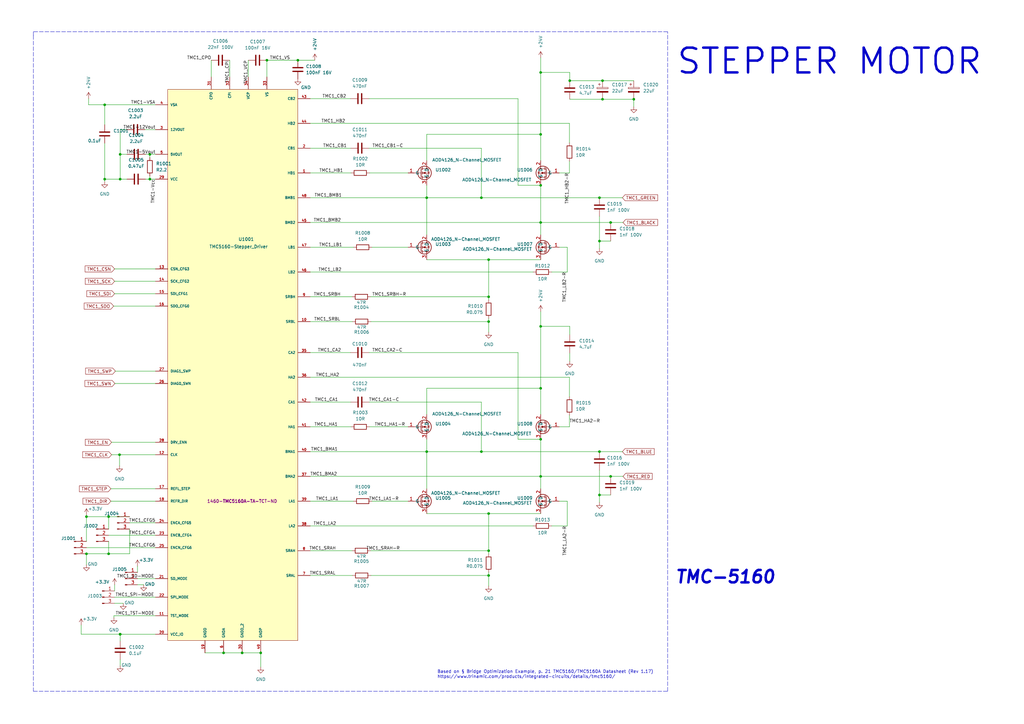
<source format=kicad_sch>
(kicad_sch (version 20211123) (generator eeschema)
  (paper "A3")
  (title_block (title "OpenCelluloid") (date "2023-02-16") (rev "v0.1"))
  (lib_symbols
    (symbol "Connector:Conn_01x03_Male" (pin_names (offset 1.016) hide)
      (property "Reference" "J" (at 0 5.08 0))
      (property "Value" "Conn_01x03_Male" (at 0 -5.08 0))
      (symbol "Conn_01x03_Male_1_1"
        (polyline (pts (xy 1.27 -2.54) (xy 0.8636 -2.54)) (stroke (width 0.1524)))
        (polyline (pts (xy 1.27 0) (xy 0.8636 0)) (stroke (width 0.1524)))
        (polyline (pts (xy 1.27 2.54) (xy 0.8636 2.54)) (stroke (width 0.1524)))
        (rectangle (start 0.8636 -2.413) (end 0 -2.667) (stroke (width 0.1524)) (fill (type outline)))
        (rectangle (start 0.8636 0.127) (end 0 -0.127) (stroke (width 0.1524)) (fill (type outline)))
        (rectangle (start 0.8636 2.667) (end 0 2.413) (stroke (width 0.1524)) (fill (type outline)))
        (pin passive line (at 5.08 2.54 180) (length 3.81) (name "Pin_1") (number "1"))
        (pin passive line (at 5.08 0 180) (length 3.81) (name "Pin_2") (number "2"))
        (pin passive line (at 5.08 -2.54 180) (length 3.81) (name "Pin_3") (number "3"))
      )
    )
    (symbol "Device:C" (pin_numbers hide) (pin_names (offset 0.254))
      (property "Reference" "C" (at 0.635 2.54 0))
      (property "Value" "C" (at 0.635 -2.54 0))
      (symbol "C_0_1"
        (polyline (pts (xy -2.032 -0.762) (xy 2.032 -0.762)) (stroke (width 0.508)))
        (polyline (pts (xy -2.032 0.762) (xy 2.032 0.762)) (stroke (width 0.508)))
      )
      (symbol "C_1_1"
        (pin passive line (at 0 3.81 270) (length 2.794) (name "~") (number "1"))
        (pin passive line (at 0 -3.81 90) (length 2.794) (name "~") (number "2"))
      )
    )
    (symbol "Device:C_Polarized" (pin_numbers hide) (pin_names (offset 0.254))
      (property "Reference" "C" (at 0.635 2.54 0))
      (property "Value" "C_Polarized" (at 0.635 -2.54 0))
      (symbol "C_Polarized_0_1"
        (rectangle (start -2.286 0.508) (end 2.286 1.016))
        (polyline (pts (xy -1.778 2.286) (xy -0.762 2.286)))
        (polyline (pts (xy -1.27 2.794) (xy -1.27 1.778)))
        (rectangle (start 2.286 -0.508) (end -2.286 -1.016) (fill (type outline)))
      )
      (symbol "C_Polarized_1_1"
        (pin passive line (at 0 3.81 270) (length 2.794) (name "~") (number "1"))
        (pin passive line (at 0 -3.81 90) (length 2.794) (name "~") (number "2"))
      )
    )
    (symbol "Device:R" (pin_numbers hide) (pin_names (offset 0))
      (property "Reference" "R" (at 2.032 0 90))
      (property "Value" "R" (at 0 0 90))
      (symbol "R_0_1"
        (rectangle (start -1.016 -2.54) (end 1.016 2.54) (stroke (width 0.254)))
      )
      (symbol "R_1_1"
        (pin passive line (at 0 3.81 270) (length 1.27) (name "~") (number "1"))
        (pin passive line (at 0 -3.81 90) (length 1.27) (name "~") (number "2"))
      )
    )
    (symbol "GND_1" (power) (pin_names (offset 0))
      (property "Value" "GND_1" (at 0 -3.81 0))
      (symbol "GND_1_0_1"
        (polyline (pts (xy 0 0) (xy 0 -1.27) (xy 1.27 -1.27) (xy 0 -2.54) (xy -1.27 -1.27) (xy 0 -1.27)))
      )
      (symbol "GND_1_1_1"
        (pin power_in line (at 0 0 270) (length 0) hide (name "GND") (number "1"))
      )
    )
    (symbol "power:+24V" (power) (pin_names (offset 0))
      (property "Value" "+24V" (at 0 3.556 0))
      (symbol "+24V_0_1"
        (polyline (pts (xy -0.762 1.27) (xy 0 2.54)))
        (polyline (pts (xy 0 0) (xy 0 2.54)))
        (polyline (pts (xy 0 2.54) (xy 0.762 1.27)))
      )
      (symbol "+24V_1_1"
        (pin power_in line (at 0 0 90) (length 0) hide (name "+24V") (number "1"))
      )
    )
    (symbol "power:+3.3V" (power) (pin_names (offset 0))
      (property "Value" "+3.3V" (at 0 3.556 0))
      (symbol "+3.3V_0_1"
        (polyline (pts (xy -0.762 1.27) (xy 0 2.54)))
        (polyline (pts (xy 0 0) (xy 0 2.54)))
        (polyline (pts (xy 0 2.54) (xy 0.762 1.27)))
      )
      (symbol "+3.3V_1_1"
        (pin power_in line (at 0 0 90) (length 0) hide (name "+3.3V") (number "1"))
      )
    )
    (symbol "power:GND" (power) (pin_names (offset 0))
      (property "Value" "GND" (at 0 -3.81 0))
      (symbol "GND_0_1"
        (polyline (pts (xy 0 0) (xy 0 -1.27) (xy 1.27 -1.27) (xy 0 -2.54) (xy -1.27 -1.27) (xy 0 -1.27)))
      )
      (symbol "GND_1_1"
        (pin power_in line (at 0 0 270) (length 0) hide (name "GND") (number "1"))
      )
    )
    (symbol "privateParts:AOD4126_N-Channel_MOSFET"
      (property "Reference" "U" (at 0 -11.43 0))
      (property "Value" "AOD4126_N-Channel_MOSFET" (at 0 -15.24 0))
      (property "Digi-Key_PN" "785-1215-1-ND" (at 0 0 0))
      (property "Manufacturer_PN" "AOD4126" (at 0 0 0))
      (symbol "AOD4126_N-Channel_MOSFET_0_1"
        (polyline (pts (xy -1.016 0) (xy -3.81 0)))
        (polyline (pts (xy -1.016 1.905) (xy -1.016 -1.905)) (stroke (width 0.254)))
        (polyline (pts (xy -0.508 -1.27) (xy -0.508 -2.286)) (stroke (width 0.254)))
        (polyline (pts (xy -0.508 0.508) (xy -0.508 -0.508)) (stroke (width 0.254)))
        (polyline (pts (xy -0.508 2.286) (xy -0.508 1.27)) (stroke (width 0.254)))
        (polyline (pts (xy 1.27 2.54) (xy 1.27 1.778)))
        (polyline (pts (xy 1.27 -2.54) (xy 1.27 0) (xy -0.508 0)))
        (polyline (pts (xy -0.508 -1.778) (xy 2.032 -1.778) (xy 2.032 1.778) (xy -0.508 1.778)))
        (polyline (pts (xy -0.254 0) (xy 0.762 0.381) (xy 0.762 -0.381) (xy -0.254 0)) (fill (type outline)))
        (polyline (pts (xy 1.524 0.508) (xy 1.651 0.381) (xy 2.413 0.381) (xy 2.54 0.254)))
        (polyline (pts (xy 2.032 0.381) (xy 1.651 -0.254) (xy 2.413 -0.254) (xy 2.032 0.381)))
        (circle (center 0.381 0) (radius 2.794) (stroke (width 0.254)))
        (circle (center 1.27 -1.778) (radius 0.254) (fill (type outline)))
        (circle (center 1.27 1.778) (radius 0.254) (fill (type outline)))
      )
      (symbol "AOD4126_N-Channel_MOSFET_1_1"
        (pin input line (at -6.35 0 0) (length 2.54) (name "G") (number "1"))
        (pin passive line (at 1.27 5.08 270) (length 2.54) (name "D") (number "2"))
        (pin passive line (at 1.27 -5.08 90) (length 2.54) (name "S") (number "3"))
      )
    )
    (symbol "privateParts:TMC5160-Stepper_Driver" (pin_names (offset 1.016))
      (property "Reference" "U" (at -3.81 -41.91 0))
      (property "Value" "TMC5160-Stepper_Driver" (at 1.27 -74.93 0))
      (property "Digi-Key_PN" "1460-TMC5160A-TA-TCT-ND" (at 0 0 0))
      (property "Manufacturer_PN" "TMC5160A-TA-T" (at 0 0 0))
      (symbol "TMC5160-Stepper_Driver_0_0"
        (pin output line (at 27.94 134.62 180) (length 5.08) (name "HB1") (number "1"))
        (pin input line (at 27.94 73.66 180) (length 5.08) (name "SRBL") (number "10"))
        (pin input line (at -35.56 -46.99 0) (length 5.08) (name "TST_MODE") (number "11"))
        (pin input line (at -35.56 19.05 0) (length 5.08) (name "CLK") (number "12"))
        (pin input line (at -35.56 95.25 0) (length 5.08) (name "CSN_CFG3") (number "13"))
        (pin input line (at -35.56 90.17 0) (length 5.08) (name "SCK_CFG2") (number "14"))
        (pin input line (at -35.56 85.09 0) (length 5.08) (name "SDI_CFG1") (number "15"))
        (pin output line (at -35.56 80.01 0) (length 5.08) (name "SDO_CFG0") (number "16"))
        (pin input line (at -35.56 5.08 0) (length 5.08) (name "REFL_STEP") (number "17"))
        (pin input line (at -35.56 0 0) (length 5.08) (name "REFR_DIR") (number "18"))
        (pin power_in line (at -15.24 -62.23 90) (length 5.08) (name "GNDD") (number "19"))
        (pin input line (at 27.94 144.78 180) (length 5.08) (name "CB1") (number "2"))
        (pin power_in line (at -35.56 -54.61 0) (length 5.08) (name "VCC_IO") (number "20"))
        (pin input line (at -35.56 -31.75 0) (length 5.08) (name "SD_MODE") (number "21"))
        (pin input line (at -35.56 -39.37 0) (length 5.08) (name "SPI_MODE") (number "22"))
        (pin input line (at -35.56 -13.97 0) (length 5.08) (name "ENCB_CFG4") (number "23"))
        (pin input line (at -35.56 -8.89 0) (length 5.08) (name "ENCA_CFG5") (number "24"))
        (pin input line (at -35.56 -19.05 0) (length 5.08) (name "ENCN_CFG6") (number "25"))
        (pin bidirectional line (at -35.56 48.26 0) (length 5.08) (name "DIAG0_SWN") (number "26"))
        (pin bidirectional line (at -35.56 53.34 0) (length 5.08) (name "DIAG1_SWP") (number "27"))
        (pin input line (at -35.56 24.13 0) (length 5.08) (name "DRV_ENN") (number "28"))
        (pin power_in line (at -35.56 132.08 0) (length 5.08) (name "VCC") (number "29"))
        (pin power_out line (at -35.56 152.4 0) (length 5.08) (name "12VOUT") (number "3"))
        (pin power_in line (at 0 -62.23 90) (length 5.08) (name "GNDD_2") (number "30"))
        (pin input line (at -12.7 173.99 270) (length 5.08) (name "CPO") (number "31"))
        (pin input line (at -5.08 173.99 270) (length 5.08) (name "CPI") (number "32"))
        (pin power_in line (at 10.16 173.99 270) (length 5.08) (name "VS") (number "33"))
        (pin input line (at 2.54 173.99 270) (length 5.08) (name "VCP") (number "34"))
        (pin input line (at 27.94 60.96 180) (length 5.08) (name "CA2") (number "35"))
        (pin output line (at 27.94 50.8 180) (length 5.08) (name "HA2") (number "36"))
        (pin input line (at 27.94 10.16 180) (length 5.08) (name "BMA2") (number "37"))
        (pin output line (at 27.94 -10.16 180) (length 5.08) (name "LA2") (number "38"))
        (pin output line (at 27.94 0 180) (length 5.08) (name "LA1") (number "39"))
        (pin power_in line (at -35.56 162.56 0) (length 5.08) (name "VSA") (number "4"))
        (pin input line (at 27.94 20.32 180) (length 5.08) (name "BMA1") (number "40"))
        (pin output line (at 27.94 30.48 180) (length 5.08) (name "HA1") (number "41"))
        (pin input line (at 27.94 40.64 180) (length 5.08) (name "CA1") (number "42"))
        (pin input line (at 27.94 165.1 180) (length 5.08) (name "CB2") (number "43"))
        (pin output line (at 27.94 154.94 180) (length 5.08) (name "HB2") (number "44"))
        (pin input line (at 27.94 114.3 180) (length 5.08) (name "BMB2") (number "45"))
        (pin output line (at 27.94 93.98 180) (length 5.08) (name "LB2") (number "46"))
        (pin output line (at 27.94 104.14 180) (length 5.08) (name "LB1") (number "47"))
        (pin input line (at 27.94 124.46 180) (length 5.08) (name "BMB1") (number "48"))
        (pin power_in line (at 7.62 -62.23 90) (length 5.08) (name "GNDP") (number "49"))
        (pin power_out line (at -35.56 142.24 0) (length 5.08) (name "5VOUT") (number "5"))
        (pin power_in line (at -7.62 -62.23 90) (length 5.08) (name "GNDA") (number "6"))
        (pin input line (at 27.94 -30.48 180) (length 5.08) (name "SRAL") (number "7"))
        (pin input line (at 27.94 -20.32 180) (length 5.08) (name "SRAH") (number "8"))
        (pin input line (at 27.94 83.82 180) (length 5.08) (name "SRBH") (number "9"))
      )
      (symbol "TMC5160-Stepper_Driver_0_1"
        (rectangle (start -30.48 168.91) (end 22.86 -57.15) (fill (type background)))
      )
    )
  )
  (junction (at 221.742 195.3917))
  (junction (at 49.276 260.1617))
  (junction (at 200.406 121.7317))
  (junction (at 35.463 227.1417))
  (junction (at 91.694 267.7817))
  (junction (at 42.926 73.4717))
  (junction (at 221.742 76.0117))
  (junction (at 42.926 42.9917))
  (junction (at 175.006 185.2317))
  (junction (at 49.276 63.3117))
  (junction (at 122.174 24.7037))
  (junction (at 35.463 211.9017))
  (junction (at 259.9556 40.7057))
  (junction (at 49.276 260.096))
  (junction (at 200.406 236.0317))
  (junction (at 61.468 63.3117))
  (junction (at 221.742 29.7202))
  (junction (at 221.742 91.2517))
  (junction (at 200.406 131.8917))
  (junction (at 250.444 195.3917))
  (junction (at 247.1211 40.7057))
  (junction (at 61.468 73.4717))
  (junction (at 175.006 81.0917))
  (junction (at 200.406 225.8717))
  (junction (at 109.474 24.7037))
  (junction (at 245.872 98.8717))
  (junction (at 221.742 55.118))
  (junction (at 197.448 185.2317))
  (junction (at 99.314 267.7817))
  (junction (at 250.444 91.2517))
  (junction (at 44.5455 227.1417))
  (junction (at 200.406 210.6317))
  (junction (at 221.742 159.258))
  (junction (at 245.872 81.0917))
  (junction (at 245.872 203.0117))
  (junction (at 49.022 186.5017))
  (junction (at 49.276 73.4717))
  (junction (at 221.742 133.8602))
  (junction (at 106.934 267.7817))
  (junction (at 233.68 33.0857))
  (junction (at 247.1211 33.0857))
  (junction (at 245.872 185.2317))
  (junction (at 44.5455 211.9017))
  (junction (at 200.406 106.4917))
  (junction (at 221.742 180.1517))
  (junction (at 197.448 81.0917))
  (wire (pts (xy 200.406 121.7317) (xy 200.406 123.0017)))
  (wire (pts (xy 233.68 33.0857) (xy 247.1211 33.0857)))
  (wire (pts (xy 151.384 40.4517) (xy 212.4658 40.4517)))
  (wire (pts (xy 46.99 239.8417) (xy 46.99 242.3817)))
  (wire (pts (xy 151.574 70.9317) (xy 167.386 70.9317)))
  (wire (pts (xy 35.463 224.6017) (xy 63.754 224.6017)))
  (wire (pts (xy 175.006 210.6317) (xy 200.406 210.6317)))
  (polyline (pts (xy 273.812 283.5297) (xy 273.812 13.0197)))
  (wire (pts (xy 47.3219 152.2117) (xy 63.754 152.2117)))
  (wire (pts (xy 127.254 195.3917) (xy 221.742 195.3917)))
  (wire (pts (xy 152.0353 225.8717) (xy 200.406 225.8717)))
  (wire (pts (xy 152.5704 205.5517) (xy 167.386 205.5517)))
  (wire (pts (xy 127.254 215.7117) (xy 218.6483 215.7117)))
  (wire (pts (xy 221.742 23.6877) (xy 221.742 29.7202)))
  (wire (pts (xy 200.406 131.8917) (xy 200.406 136.2097)))
  (wire (pts (xy 221.742 127.8277) (xy 221.742 133.8602)))
  (wire (pts (xy 53.1654 216.9817) (xy 53.1654 227.1417)))
  (wire (pts (xy 212.4658 76.0117) (xy 221.742 76.0117)))
  (wire (pts (xy 200.406 106.4917) (xy 221.742 106.4917)))
  (wire (pts (xy 175.006 185.2317) (xy 197.448 185.2317)))
  (wire (pts (xy 221.742 29.7202) (xy 221.742 55.118)))
  (wire (pts (xy 44.5455 219.5217) (xy 63.754 219.5217)))
  (wire (pts (xy 232.664 101.4117) (xy 232.664 111.5717)))
  (wire (pts (xy 175.006 159.258) (xy 221.742 159.258)))
  (wire (pts (xy 49.276 73.4717) (xy 42.926 73.4717)))
  (wire (pts (xy 221.742 133.8602) (xy 221.742 159.258)))
  (wire (pts (xy 233.5652 162.6886) (xy 233.5652 154.7517)))
  (wire (pts (xy 56.388 237.3017) (xy 63.754 237.3017)))
  (wire (pts (xy 35.463 211.2013) (xy 35.463 211.9017)))
  (wire (pts (xy 63.754 260.1617) (xy 49.276 260.1617)))
  (wire (pts (xy 49.276 260.1617) (xy 49.276 262.89)))
  (wire (pts (xy 127.254 101.4117) (xy 144.9504 101.4117)))
  (wire (pts (xy 200.406 210.6317) (xy 200.406 225.8717)))
  (wire (pts (xy 63.754 73.4717) (xy 61.468 73.4717)))
  (wire (pts (xy 86.614 24.7037) (xy 86.614 31.5617)))
  (wire (pts (xy 259.9556 40.7057) (xy 259.9556 43.7513)))
  (wire (pts (xy 46.99 110.3017) (xy 63.754 110.3017)))
  (wire (pts (xy 175.006 185.2317) (xy 127.254 185.2317)))
  (wire (pts (xy 49.276 260.096) (xy 49.276 260.1617)))
  (wire (pts (xy 45.466 200.4717) (xy 63.754 200.4717)))
  (wire (pts (xy 46.736 252.5417) (xy 46.736 253.3037)))
  (wire (pts (xy 56.388 239.8417) (xy 58.928 239.8417)))
  (wire (pts (xy 229.362 101.4117) (xy 232.664 101.4117)))
  (wire (pts (xy 245.872 98.8717) (xy 245.872 101.9197)))
  (wire (pts (xy 233.68 133.8602) (xy 221.742 133.8602)))
  (wire (pts (xy 221.742 195.3917) (xy 221.742 200.4717)))
  (wire (pts (xy 221.742 55.118) (xy 221.742 65.8517)))
  (wire (pts (xy 42.926 42.9917) (xy 42.926 51.1197)))
  (wire (pts (xy 245.872 192.8517) (xy 245.872 203.0117)))
  (wire (pts (xy 63.754 53.1517) (xy 59.436 53.1517)))
  (wire (pts (xy 175.006 81.0917) (xy 175.006 96.3317)))
  (wire (pts (xy 49.276 53.1517) (xy 49.276 63.3117)))
  (wire (pts (xy 151.433 60.7717) (xy 197.448 60.7717)))
  (wire (pts (xy 49.276 63.3117) (xy 52.07 63.3117)))
  (wire (pts (xy 46.99 120.4617) (xy 63.754 120.4617)))
  (wire (pts (xy 245.872 203.0117) (xy 245.872 206.0597)))
  (wire (pts (xy 35.463 211.9017) (xy 35.463 222.0617)))
  (wire (pts (xy 91.694 267.7817) (xy 99.314 267.7817)))
  (wire (pts (xy 61.468 63.3117) (xy 63.754 63.3117)))
  (wire (pts (xy 200.406 106.4917) (xy 200.406 121.7317)))
  (wire (pts (xy 122.174 24.7037) (xy 129.1305 24.7037)))
  (wire (pts (xy 36.322 40.4517) (xy 36.322 42.9917)))
  (polyline (pts (xy 13.716 283.5297) (xy 273.812 283.5297)))
  (wire (pts (xy 200.406 225.8717) (xy 200.406 227.1417)))
  (wire (pts (xy 229.362 205.5517) (xy 232.664 205.5517)))
  (wire (pts (xy 61.468 63.3117) (xy 61.468 64.5817)))
  (wire (pts (xy 233.5652 58.5486) (xy 233.5652 50.6117)))
  (wire (pts (xy 200.406 236.0317) (xy 200.406 234.7617)))
  (wire (pts (xy 61.468 73.4717) (xy 59.69 73.4717)))
  (wire (pts (xy 175.006 185.2317) (xy 175.006 200.4717)))
  (wire (pts (xy 212.4658 144.5917) (xy 212.4658 180.1517)))
  (wire (pts (xy 229.362 70.9317) (xy 233.5652 70.9317)))
  (wire (pts (xy 49.276 63.3117) (xy 49.276 73.4717)))
  (wire (pts (xy 245.872 81.0917) (xy 255.27 81.0917)))
  (wire (pts (xy 44.5455 216.9817) (xy 44.5455 211.9017)))
  (wire (pts (xy 106.934 267.7817) (xy 106.934 273.5478)))
  (wire (pts (xy 42.926 58.7397) (xy 42.926 73.4717)))
  (wire (pts (xy 94.234 24.7037) (xy 94.234 31.5617)))
  (wire (pts (xy 233.68 33.0857) (xy 233.68 29.7202)))
  (wire (pts (xy 232.664 205.5517) (xy 232.664 215.7117)))
  (wire (pts (xy 226.2683 215.7117) (xy 232.664 215.7117)))
  (wire (pts (xy 200.406 236.0317) (xy 200.406 240.3497)))
  (wire (pts (xy 56.388 232.2217) (xy 56.388 234.7617)))
  (wire (pts (xy 47.1171 157.2917) (xy 63.754 157.2917)))
  (wire (pts (xy 221.742 91.2517) (xy 221.742 96.3317)))
  (wire (pts (xy 42.926 73.4717) (xy 42.926 74.4877)))
  (polyline (pts (xy 273.812 13.0197) (xy 13.716 13.0197)))
  (wire (pts (xy 247.1211 40.7057) (xy 259.9556 40.7057)))
  (wire (pts (xy 233.5652 70.9317) (xy 233.5652 66.1686)))
  (wire (pts (xy 197.448 81.0917) (xy 245.872 81.0917)))
  (wire (pts (xy 35.463 211.9017) (xy 44.5455 211.9017)))
  (wire (pts (xy 221.742 180.1517) (xy 221.742 195.3917)))
  (wire (pts (xy 45.466 205.5517) (xy 63.754 205.5517)))
  (wire (pts (xy 250.444 91.2517) (xy 255.5198 91.2517)))
  (wire (pts (xy 101.854 24.7037) (xy 101.854 31.5617)))
  (wire (pts (xy 229.362 175.0717) (xy 233.5652 175.0717)))
  (wire (pts (xy 233.68 144.8457) (xy 233.68 148.1477)))
  (wire (pts (xy 221.742 195.3917) (xy 250.444 195.3917)))
  (wire (pts (xy 200.406 131.8917) (xy 200.406 130.6217)))
  (wire (pts (xy 221.742 91.2517) (xy 250.444 91.2517)))
  (wire (pts (xy 46.99 247.4617) (xy 50.546 247.4617)))
  (wire (pts (xy 35.463 227.1417) (xy 35.463 231.6203)))
  (wire (pts (xy 127.254 70.9317) (xy 143.954 70.9317)))
  (wire (pts (xy 44.5455 227.1417) (xy 53.1654 227.1417)))
  (wire (pts (xy 212.4658 180.1517) (xy 221.742 180.1517)))
  (wire (pts (xy 152.146 131.8917) (xy 200.406 131.8917)))
  (wire (pts (xy 61.468 72.2017) (xy 61.468 73.4717)))
  (wire (pts (xy 49.022 186.5017) (xy 49.022 191.0737)))
  (wire (pts (xy 33.274 260.096) (xy 49.276 260.096)))
  (wire (pts (xy 44.5455 222.0617) (xy 44.5455 227.1417)))
  (wire (pts (xy 63.754 252.5417) (xy 46.736 252.5417)))
  (wire (pts (xy 52.07 73.4717) (xy 49.276 73.4717)))
  (wire (pts (xy 151.384 144.5917) (xy 212.4658 144.5917)))
  (wire (pts (xy 44.5455 211.9017) (xy 53.1654 211.9017)))
  (wire (pts (xy 127.254 225.8717) (xy 144.4153 225.8717)))
  (wire (pts (xy 233.5652 50.6117) (xy 127.254 50.6117)))
  (wire (pts (xy 51.816 53.1517) (xy 49.276 53.1517)))
  (wire (pts (xy 35.463 227.1417) (xy 44.5455 227.1417)))
  (wire (pts (xy 127.254 121.7317) (xy 144.4153 121.7317)))
  (wire (pts (xy 42.926 42.9917) (xy 63.754 42.9917)))
  (wire (pts (xy 45.7569 181.4217) (xy 63.754 181.4217)))
  (wire (pts (xy 226.2683 111.5717) (xy 232.664 111.5717)))
  (wire (pts (xy 221.742 76.0117) (xy 221.742 91.2517)))
  (wire (pts (xy 152.5704 101.4117) (xy 167.386 101.4117)))
  (wire (pts (xy 245.872 88.7117) (xy 245.872 98.8717)))
  (wire (pts (xy 197.448 60.7717) (xy 197.448 81.0917)))
  (wire (pts (xy 233.68 137.2257) (xy 233.68 133.8602)))
  (wire (pts (xy 84.074 267.7817) (xy 91.694 267.7817)))
  (wire (pts (xy 245.872 98.8717) (xy 250.444 98.8717)))
  (wire (pts (xy 247.1211 33.0857) (xy 259.9556 33.0857)))
  (wire (pts (xy 49.276 270.51) (xy 49.276 273.05)))
  (wire (pts (xy 152.0353 121.7317) (xy 200.406 121.7317)))
  (wire (pts (xy 233.5652 154.7517) (xy 127.254 154.7517)))
  (wire (pts (xy 53.1654 214.4417) (xy 63.754 214.4417)))
  (wire (pts (xy 127.254 175.0717) (xy 143.954 175.0717)))
  (wire (pts (xy 175.006 81.0917) (xy 197.448 81.0917)))
  (wire (pts (xy 127.254 205.5517) (xy 144.9504 205.5517)))
  (wire (pts (xy 175.006 76.0117) (xy 175.006 81.0917)))
  (wire (pts (xy 175.006 65.8517) (xy 175.006 55.118)))
  (wire (pts (xy 127.254 131.8917) (xy 144.526 131.8917)))
  (wire (pts (xy 175.006 81.0917) (xy 127.254 81.0917)))
  (wire (pts (xy 127.254 164.9117) (xy 143.813 164.9117)))
  (wire (pts (xy 46.99 115.3817) (xy 63.754 115.3817)))
  (wire (pts (xy 175.006 169.9917) (xy 175.006 159.258)))
  (wire (pts (xy 151.574 175.0717) (xy 167.386 175.0717)))
  (wire (pts (xy 200.406 210.6317) (xy 221.742 210.6317)))
  (wire (pts (xy 33.274 256.3517) (xy 33.274 260.096)))
  (wire (pts (xy 221.742 159.258) (xy 221.742 169.9917)))
  (wire (pts (xy 46.6038 125.5417) (xy 63.754 125.5417)))
  (wire (pts (xy 152.146 236.0317) (xy 200.406 236.0317)))
  (wire (pts (xy 127.254 236.0317) (xy 144.526 236.0317)))
  (wire (pts (xy 99.314 267.7817) (xy 106.934 267.7817)))
  (wire (pts (xy 175.006 106.4917) (xy 200.406 106.4917)))
  (wire (pts (xy 197.448 185.2317) (xy 245.872 185.2317)))
  (wire (pts (xy 109.474 24.7037) (xy 109.474 31.5617)))
  (wire (pts (xy 127.254 40.4517) (xy 143.764 40.4517)))
  (wire (pts (xy 233.5652 175.0717) (xy 233.5652 170.3086)))
  (wire (pts (xy 245.872 203.0117) (xy 250.444 203.0117)))
  (wire (pts (xy 46.99 244.9217) (xy 63.754 244.9217)))
  (wire (pts (xy 127.254 91.2517) (xy 221.742 91.2517)))
  (wire (pts (xy 212.4658 40.4517) (xy 212.4658 76.0117)))
  (wire (pts (xy 151.433 164.9117) (xy 197.448 164.9117)))
  (wire (pts (xy 36.322 42.9917) (xy 42.926 42.9917)))
  (wire (pts (xy 127.254 144.5917) (xy 143.764 144.5917)))
  (wire (pts (xy 49.022 186.5017) (xy 63.754 186.5017)))
  (wire (pts (xy 233.68 40.7057) (xy 247.1211 40.7057)))
  (wire (pts (xy 233.68 29.7202) (xy 221.742 29.7202)))
  (polyline (pts (xy 13.716 13.0197) (xy 13.716 14.5437)))
  (wire (pts (xy 250.444 195.3917) (xy 255.5198 195.3917)))
  (wire (pts (xy 109.474 24.7037) (xy 122.174 24.7037)))
  (polyline (pts (xy 13.716 14.5437) (xy 13.716 283.5297)))
  (wire (pts (xy 175.006 180.1517) (xy 175.006 185.2317)))
  (wire (pts (xy 45.7569 186.5017) (xy 49.022 186.5017)))
  (wire (pts (xy 175.006 55.118) (xy 221.742 55.118)))
  (wire (pts (xy 127.254 111.5717) (xy 218.6483 111.5717)))
  (wire (pts (xy 245.872 185.2317) (xy 255.27 185.2317)))
  (wire (pts (xy 127.254 60.7717) (xy 143.813 60.7717)))
  (wire (pts (xy 197.448 164.9117) (xy 197.448 185.2317)))
  (wire (pts (xy 59.69 63.3117) (xy 61.468 63.3117)))
  (text "STEPPER MOTOR" (at 277.114 31.242 0) (effects (font (size 10.16 10.16) (thickness 1.016) bold) (justify left bottom)))
  (text "Based on § Bridge Optimization Example, p. 21 TMC5160/TMC5160A Datasheet (Rev 1.17)\nhttps://www.trinamic.com/products/integrated-circuits/details/tmc5160/" (at 179.324 278.384 0) (effects (font (size 1.27 1.27)) (justify left bottom)))
  (text "TMC-5160" (at 276.606 239.776 0) (effects (font (size 5.08 5.08) (thickness 1.016) bold italic) (justify left bottom)))
  (label "TMC1_LB1" (at 140.3866 101.4117 180))
  (label "TMC1_BMA2" (at 138.2883 195.3917 180))
  (label "TMC1_SRBL" (at 139.6165 131.8917 180))
  (label "TMC1_HA2" (at 139.1792 154.7517 180))
  (label "TMC1-12Vout" (at 63.754 53.1517 180))
  (label "TMC1_SRBH-R" (at 166.5916 121.7317 180))
  (label "TMC1_CA1" (at 138.7138 164.9117 180))
  (label "TMC1_HA1" (at 138.5564 175.0717 180))
  (label "TMC1_LB2-R" (at 232.5308 111.5717 270))
  (label "TMC1_CB2" (at 142.0159 40.4517 180))
  (label "TMC1_SD-MODE" (at 63.2661 237.3017 180))
  (label "TMC1_HB2-R" (at 233.5652 70.9317 270))
  (label "TMC1_CA1-C" (at 163.7325 164.9117 180))
  (label "TMC1_LA2" (at 137.9304 215.7117 180))
  (label "TMC1_VS" (at 118.9779 24.7037 180))
  (label "TMC1_LB2" (at 140.1186 111.5717 180))
  (label "TMC1_CPI" (at 94.234 24.8143 270))
  (label "TMC1_SPI-MODE" (at 63.2661 244.9217 180))
  (label "TMC1_CFG5" (at 63.754 214.4417 180))
  (label "TMC1_BMA1" (at 138.5564 185.2317 180))
  (label "TMC1_CB1-C" (at 165.3407 60.7717 180))
  (label "TMC1-5Vout" (at 63.754 63.3117 180))
  (label "TMC1-Vcc" (at 63.754 73.4717 270))
  (label "TMC1_CA2" (at 139.9144 144.5917 180))
  (label "TMC1_CFG6" (at 63.754 224.6017 180))
  (label "TMC1_SRAH" (at 137.7815 225.8717 180))
  (label "TMC1_LA2-R" (at 232.664 215.7117 270))
  (label "TMC1_SRAL" (at 137.6421 236.0317 180))
  (label "TMC1_LA1-R" (at 163.5538 205.5517 180))
  (label "TMC1_VCP" (at 101.854 24.7037 270))
  (label "TMC1_LA1" (at 138.8984 205.5517 180))
  (label "TMC1-VSA" (at 63.6977 42.9917 180))
  (label "TMC1_HB2" (at 141.6299 50.6117 180))
  (label "TMC1_CPO" (at 86.614 24.7037 180))
  (label "TMC1_BMB2" (at 139.8697 91.2517 180))
  (label "TMC1_CA2-C" (at 165.0727 144.5917 180))
  (label "TMC1_HA2-R" (at 233.5652 173.651 0))
  (label "TMC1_CFG4" (at 63.754 219.5217 180))
  (label "TMC1_SRAH-R" (at 164.019 225.8717 180))
  (label "TMC1_HA1-R" (at 166.1449 175.0717 180))
  (label "TMC1_HB1" (at 140.7632 70.9317 180))
  (label "TMC1_BMB1" (at 140.2271 81.0917 180))
  (label "TMC1_TST-MODE" (at 63.3733 252.5417 180))
  (label "TMC1_SRBH" (at 139.7612 121.7317 180))
  (label "TMC1_CB1" (at 142.2732 60.7717 180))
  (global_label "TMC1_BLUE" (shape input) (at 255.27 185.2317 0) (property "Intersheet References" "${INTERSHEET_REFS}" (effects hide)))
  (global_label "TMC1_EN" (shape input) (at 45.7569 181.4217 180) (property "Intersheet References" "${INTERSHEET_REFS}" (effects hide)))
  (global_label "TMC1_RED" (shape input) (at 255.5198 195.3917 0) (property "Intersheet References" "${INTERSHEET_REFS}" (effects hide)))
  (global_label "TMC1_STEP" (shape input) (at 45.466 200.4717 180) (property "Intersheet References" "${INTERSHEET_REFS}" (effects hide)))
  (global_label "TMC1_BLACK" (shape input) (at 255.5198 91.2517 0) (property "Intersheet References" "${INTERSHEET_REFS}" (effects hide)))
  (global_label "TMC1_SWN" (shape input) (at 47.1171 157.2917 180) (property "Intersheet References" "${INTERSHEET_REFS}" (effects hide)))
  (global_label "TMC1_CSN" (shape input) (at 46.99 110.3017 180) (property "Intersheet References" "${INTERSHEET_REFS}" (effects hide)))
  (global_label "TMC1_SDO" (shape input) (at 46.6038 125.5417 180) (property "Intersheet References" "${INTERSHEET_REFS}" (effects hide)))
  (global_label "TMC1_CLK" (shape input) (at 45.7569 186.5017 180) (property "Intersheet References" "${INTERSHEET_REFS}" (effects hide)))
  (global_label "TMC1_SWP" (shape input) (at 47.3219 152.2117 180) (property "Intersheet References" "${INTERSHEET_REFS}" (effects hide)))
  (global_label "TMC1_GREEN" (shape input) (at 255.27 81.0917 0) (property "Intersheet References" "${INTERSHEET_REFS}" (effects hide)))
  (global_label "TMC1_SDI" (shape input) (at 46.99 120.4617 180) (property "Intersheet References" "${INTERSHEET_REFS}" (effects hide)))
  (global_label "TMC1_DIR" (shape input) (at 45.466 205.5517 180) (property "Intersheet References" "${INTERSHEET_REFS}" (effects hide)))
  (global_label "TMC1_SCK" (shape input) (at 46.99 115.3817 180) (property "Intersheet References" "${INTERSHEET_REFS}" (effects hide)))
  (symbol (lib_id "privateParts:AOD4126_N-Channel_MOSFET") (at 173.736 101.4117 0) (unit 1)
    (property "Reference" "U1003" (at 178.562 100.1416 0) (effects (justify left)))
    (property "Value" "AOD4126_N-Channel_MOSFET" (at 176.784 98.1097 0) (effects (justify left)))
    (property "Footprint" "Package_TO_SOT_SMD:TO-252-2" (effects hide))
    (property "Datasheet" "http://www.aosmd.com/res/data_sheets/AOD4126.pdf" (effects hide))
    (property "Digi-Key_PN" "785-1215-1-ND" (effects hide))
    (property "Manufacturer_PN" "AOD4126" (effects hide))
  )
  (symbol (lib_id "Device:R") (at 222.4583 215.7117 90) (mirror x) (unit 1)
    (property "Reference" "R1013" (at 222.504 213.1717 90))
    (property "Value" "10R" (at 222.504 218.5057 90))
    (property "Footprint" "Resistor_SMD:R_1206_3216Metric_Pad1.30x1.75mm_HandSolder" (effects hide))
    (property "Digi-Key_PN" "RNCP1206FTD10R0CT-ND" (effects hide))
    (property "Manufacturer_PN" "RNCP1206FTD10R0" (effects hide))
  )
  (symbol (lib_id "Device:R") (at 222.4583 111.5717 90) (mirror x) (unit 1)
    (property "Reference" "R1012" (at 222.504 109.0317 90))
    (property "Value" "10R" (at 222.504 114.3657 90))
    (property "Footprint" "Resistor_SMD:R_1206_3216Metric_Pad1.30x1.75mm_HandSolder" (effects hide))
    (property "Digi-Key_PN" "RNCP1206FTD10R0CT-ND" (effects hide))
    (property "Manufacturer_PN" "RNCP1206FTD10R0" (effects hide))
  )
  (symbol (lib_id "Device:C") (at 233.68 141.0357 0) (unit 1)
    (property "Reference" "C1014" (at 237.49 139.7656 0) (effects (justify left)))
    (property "Value" "4.7uF" (at 237.49 142.3056 0) (effects (justify left)))
    (property "Footprint" "Capacitor_SMD:C_1206_3216Metric_Pad1.33x1.80mm_HandSolder" (effects hide))
    (property "Manufacturer" "Samsung Electro-Mechanics" (effects hide))
    (property "Digi-Key_PN" "1276-6480-1-ND" (effects hide))
    (property "Manufacturer_PN" "CL21B474KAFNNNG" (effects hide))
  )
  (symbol (lib_id "power:+3.3V") (at 46.99 239.8417 0) (unit 1)
    (property "Reference" "#PWR01007" (effects hide))
    (property "Value" "+3.3V" (at 41.91 238.6904 0))
  )
  (symbol (lib_id "power:GND") (at 35.463 231.6203 0) (unit 1)
    (property "Reference" "#PWR01003" (effects hide))
    (property "Value" "GND" (at 38.003 231.3663 0))
  )
  (symbol (lib_id "Device:C") (at 250.444 95.0617 0) (unit 1)
    (property "Reference" "C1018" (at 254 93.7916 0) (effects (justify left)))
    (property "Value" "1nF 100V" (at 254 96.3316 0) (effects (justify left)))
    (property "Footprint" "Capacitor_SMD:C_1206_3216Metric_Pad1.33x1.80mm_HandSolder" (effects hide))
    (property "Manufacturer" "Samsung Electro-Mechanics" (effects hide))
    (property "Digi-Key_PN" "1276-6840-1-ND" (effects hide))
    (property "Manufacturer_PN" "CL21B104KCFNNNE" (effects hide))
  )
  (symbol (lib_id "Connector:Conn_01x03_Male") (at 51.308 237.3017 0) (unit 1)
    (property "Reference" "J1005" (at 49.022 233.4917 0))
    (property "Value" "Conn_01x03_Male" (effects hide))
    (property "Footprint" "Connector_PinHeader_2.54mm:PinHeader_1x03_P2.54mm_Vertical" (effects hide))
  )
  (symbol (lib_id "power:GND") (at 122.174 32.3237 0) (unit 1)
    (property "Reference" "#PWR01014" (effects hide))
    (property "Value" "GND" (at 125.476 35.8797 0))
  )
  (symbol (lib_id "privateParts:TMC5160-Stepper_Driver") (at 99.314 205.5517 0) (unit 1)
    (property "Reference" "U1001" (at 97.79 98.1097 0) (effects (justify left)))
    (property "Value" "TMC5160-Stepper_Driver" (at 85.852 101.1577 0) (effects (justify left)))
    (property "Footprint" "Package_QFP:TQFP-48-1EP_7x7mm_P0.5mm_EP5x5mm_ThermalVias" (effects hide))
    (property "Datasheet" "https://www.trinamic.com/fileadmin/assets/Products/ICs_Documents/TMC5160A_datasheet_rev1.17.pdf" (effects hide))
    (property "Digi-Key_PN" "1460-TMC5160A-TA-TCT-ND" (at 99.314 205.5517 0))
    (property "Manufacturer_PN" "TMC5160A-TA-T" (at 99.314 205.5517 0))
  )
  (symbol (lib_id "Device:R") (at 148.2253 121.7317 270) (unit 1)
    (property "Reference" "R1004" (at 148.2253 126.0497 90))
    (property "Value" "47R" (at 148.2253 124.0177 90))
    (property "Footprint" "Resistor_SMD:R_1206_3216Metric_Pad1.30x1.75mm_HandSolder" (effects hide))
    (property "Manufacturer" "TE Connectivity Passive Product" (effects hide))
    (property "Digi-Key_PN" "A129794CT-ND" (effects hide))
    (property "Manufacturer_PN" "CRGCQ1206F47R" (effects hide))
  )
  (symbol (lib_id "Connector:Conn_01x03_Male") (at 30.383 224.6017 0) (unit 1)
    (property "Reference" "J1001" (at 28.097 220.7917 0))
    (property "Value" "Conn_01x03_Male" (effects hide))
    (property "Footprint" "Connector_PinHeader_2.54mm:PinHeader_1x03_P2.54mm_Vertical" (effects hide))
  )
  (symbol (lib_id "privateParts:AOD4126_N-Channel_MOSFET") (at 223.012 70.9317 0) (mirror y) (unit 1)
    (property "Reference" "U1006" (at 218.4786 69.6616 0) (effects (justify left)))
    (property "Value" "AOD4126_N-Channel_MOSFET" (at 217.9706 73.7257 0) (effects (justify left)))
    (property "Footprint" "Package_TO_SOT_SMD:TO-252-2" (effects hide))
    (property "Datasheet" "http://www.aosmd.com/res/data_sheets/AOD4126.pdf" (effects hide))
    (property "Digi-Key_PN" "785-1215-1-ND" (effects hide))
    (property "Manufacturer_PN" "AOD4126" (effects hide))
  )
  (symbol (lib_id "power:GND") (at 106.934 273.5478 0) (unit 1)
    (property "Reference" "#PWR01013" (effects hide))
    (property "Value" "GND" (at 106.934 278.6278 0))
  )
  (symbol (lib_id "power:+24V") (at 221.742 23.6877 0) (unit 1)
    (property "Reference" "#PWR01018" (effects hide))
    (property "Value" "+24V" (at 221.7419 19.8777 90) (effects (justify left)))
  )
  (symbol (lib_id "privateParts:AOD4126_N-Channel_MOSFET") (at 173.736 175.0717 0) (unit 1)
    (property "Reference" "U1004" (at 178.562 173.8016 0) (effects (justify left)))
    (property "Value" "AOD4126_N-Channel_MOSFET" (at 177.255 169.7377 0) (effects (justify left)))
    (property "Footprint" "Package_TO_SOT_SMD:TO-252-2" (effects hide))
    (property "Datasheet" "http://www.aosmd.com/res/data_sheets/AOD4126.pdf" (effects hide))
    (property "Digi-Key_PN" "785-1215-1-ND" (effects hide))
    (property "Manufacturer_PN" "AOD4126" (effects hide))
  )
  (symbol (lib_id "power:+24V") (at 36.322 40.4517 0) (unit 1)
    (property "Reference" "#PWR01004" (effects hide))
    (property "Value" "+24V" (at 36.3219 36.6417 90) (effects (justify left)))
  )
  (symbol (lib_id "Device:C") (at 147.623 164.9117 270) (unit 1)
    (property "Reference" "C1012" (at 147.623 157.2917 90))
    (property "Value" "470nF" (at 147.623 159.8317 90))
    (property "Footprint" "Capacitor_SMD:C_1206_3216Metric_Pad1.33x1.80mm_HandSolder" (effects hide))
    (property "Manufacturer" "Samsung Electro-Mechanics" (effects hide))
    (property "Digi-Key_PN" "1276-6840-1-ND" (effects hide))
    (property "Manufacturer_PN" "CL21B104KCFNNNE" (effects hide))
  )
  (symbol (lib_id "power:GND") (at 200.406 136.2097 0) (unit 1)
    (property "Reference" "#PWR01016" (effects hide))
    (property "Value" "GND" (at 200.406 141.2897 0))
  )
  (symbol (lib_id "Device:C") (at 250.444 199.2017 0) (unit 1)
    (property "Reference" "C1019" (at 254 197.9316 0) (effects (justify left)))
    (property "Value" "1nF 100V" (at 254 200.4716 0) (effects (justify left)))
    (property "Footprint" "Capacitor_SMD:C_1206_3216Metric_Pad1.33x1.80mm_HandSolder" (effects hide))
    (property "Manufacturer" "Samsung Electro-Mechanics" (effects hide))
    (property "Digi-Key_PN" "1276-6840-1-ND" (effects hide))
    (property "Manufacturer_PN" "CL21B104KCFNNNE" (effects hide))
  )
  (symbol (lib_id "power:GND") (at 42.926 74.4877 0) (unit 1)
    (property "Reference" "#PWR01005" (effects hide))
    (property "Value" "GND" (at 42.926 79.5677 0))
  )
  (symbol (lib_id "power:+3.3V") (at 56.388 232.2217 0) (unit 1)
    (property "Reference" "#PWR01011" (effects hide))
    (property "Value" "+3.3V" (at 59.944 229.6817 0))
  )
  (symbol (lib_id "Device:C") (at 55.626 53.1517 90) (unit 1)
    (property "Reference" "C1003" (at 55.626 45.2777 90))
    (property "Value" "2.2uF" (at 55.626 47.8177 90))
    (property "Footprint" "Capacitor_SMD:C_1206_3216Metric_Pad1.33x1.80mm_HandSolder" (effects hide))
    (property "Manufacturer" "Samsung Electro-Mechanics" (effects hide))
    (property "Digi-Key_PN" "1276-6840-1-ND" (effects hide))
    (property "Manufacturer_PN" "CL21B104KCFNNNE" (effects hide))
  )
  (symbol (lib_id "power:GND") (at 245.872 101.9197 0) (unit 1)
    (property "Reference" "#PWR01021" (effects hide))
    (property "Value" "GND" (at 245.872 106.9997 0))
  )
  (symbol (lib_id "Device:C_Polarized") (at 247.1211 36.8957 0) (unit 1)
    (property "Reference" "C1017" (at 250.9311 34.7366 0) (effects (justify left)))
    (property "Value" "22uF" (at 250.9311 37.2766 0) (effects (justify left)))
    (property "Footprint" "Capacitor_SMD:CP_Elec_8x10.5" (effects hide))
    (property "Manufacturer" "Rubycon" (effects hide))
    (property "Digi-Key_PN" "1189-2383-1-ND" (effects hide))
    (property "Manufacturer_PN" "100SEV22M8X10.5" (effects hide))
  )
  (symbol (lib_id "Device:R") (at 148.7604 205.5517 90) (unit 1)
    (property "Reference" "R1009" (at 148.7604 199.7097 90))
    (property "Value" "10R" (at 148.7604 202.2497 90))
    (property "Footprint" "Resistor_SMD:R_1206_3216Metric_Pad1.30x1.75mm_HandSolder" (effects hide))
    (property "Digi-Key_PN" "RNCP1206FTD10R0CT-ND" (effects hide))
    (property "Manufacturer_PN" "RNCP1206FTD10R0" (effects hide))
  )
  (symbol (lib_id "Device:C") (at 55.88 73.4717 90) (unit 1)
    (property "Reference" "C1005" (at 55.88 65.5977 90))
    (property "Value" "0.47uF" (at 55.88 68.1377 90))
    (property "Footprint" "Capacitor_SMD:C_1206_3216Metric_Pad1.33x1.80mm_HandSolder" (effects hide))
    (property "Manufacturer" "Samsung Electro-Mechanics" (effects hide))
    (property "Digi-Key_PN" "1276-6840-1-ND" (effects hide))
    (property "Manufacturer_PN" "CL21B104KCFNNNE" (effects hide))
  )
  (symbol (lib_id "Device:C") (at 147.623 60.7717 270) (unit 1)
    (property "Reference" "C1011" (at 147.623 53.1517 90))
    (property "Value" "470nF" (at 147.623 55.6917 90))
    (property "Footprint" "Capacitor_SMD:C_1206_3216Metric_Pad1.33x1.80mm_HandSolder" (effects hide))
    (property "Manufacturer" "Samsung Electro-Mechanics" (effects hide))
    (property "Digi-Key_PN" "1276-6840-1-ND" (effects hide))
    (property "Manufacturer_PN" "CL21B104KCFNNNE" (effects hide))
  )
  (symbol (lib_id "power:+24V") (at 221.742 127.8277 0) (unit 1)
    (property "Reference" "#PWR01019" (effects hide))
    (property "Value" "+24V" (at 221.7419 124.0177 90) (effects (justify left)))
  )
  (symbol (lib_id "Device:R") (at 148.2253 225.8717 270) (unit 1)
    (property "Reference" "R1005" (at 148.2253 230.1897 90))
    (property "Value" "47R" (at 148.2253 228.1577 90))
    (property "Footprint" "Resistor_SMD:R_1206_3216Metric_Pad1.30x1.75mm_HandSolder" (effects hide))
    (property "Manufacturer" "TE Connectivity Passive Product" (effects hide))
    (property "Digi-Key_PN" "A129794CT-ND" (effects hide))
    (property "Manufacturer_PN" "CRGCQ1206F47R" (effects hide))
  )
  (symbol (lib_id "power:+24V") (at 129.1305 24.7037 0) (unit 1)
    (property "Reference" "#PWR01015" (effects hide))
    (property "Value" "+24V" (at 129.1304 20.8937 90) (effects (justify left)))
  )
  (symbol (lib_id "Connector:Conn_01x03_Male") (at 39.4655 219.5217 0) (unit 1)
    (property "Reference" "J1002" (at 37.1795 215.7117 0))
    (property "Value" "Conn_01x03_Male" (effects hide))
    (property "Footprint" "Connector_PinHeader_2.54mm:PinHeader_1x03_P2.54mm_Vertical" (effects hide))
  )
  (symbol (lib_id "power:GND") (at 58.928 239.8417 0) (unit 1)
    (property "Reference" "#PWR01012" (effects hide))
    (property "Value" "GND" (at 61.468 239.5877 0))
  )
  (symbol (lib_id "Device:C") (at 245.872 189.0417 0) (unit 1)
    (property "Reference" "C1016" (at 248.92 187.7716 0) (effects (justify left)))
    (property "Value" "1nF 100V" (at 248.92 190.3116 0) (effects (justify left)))
    (property "Footprint" "Capacitor_SMD:C_1206_3216Metric_Pad1.33x1.80mm_HandSolder" (effects hide))
    (property "Manufacturer" "Samsung Electro-Mechanics" (effects hide))
    (property "Digi-Key_PN" "1276-6840-1-ND" (effects hide))
    (property "Manufacturer_PN" "CL21B104KCFNNNE" (effects hide))
  )
  (symbol (lib_id "privateParts:AOD4126_N-Channel_MOSFET") (at 173.736 205.5517 0) (unit 1)
    (property "Reference" "U1005" (at 178.562 204.2816 0) (effects (justify left)))
    (property "Value" "AOD4126_N-Channel_MOSFET" (at 176.784 202.2497 0) (effects (justify left)))
    (property "Footprint" "Package_TO_SOT_SMD:TO-252-2" (effects hide))
    (property "Datasheet" "http://www.aosmd.com/res/data_sheets/AOD4126.pdf" (effects hide))
    (property "Digi-Key_PN" "785-1215-1-ND" (effects hide))
    (property "Manufacturer_PN" "AOD4126" (effects hide))
  )
  (symbol (lib_id "Device:C") (at 122.174 28.5137 0) (unit 1)
    (property "Reference" "C1008" (at 125.476 27.2436 0) (effects (justify left)))
    (property "Value" "100nF 16V" (at 125.476 29.7836 0) (effects (justify left)))
    (property "Footprint" "Capacitor_SMD:C_1206_3216Metric_Pad1.33x1.80mm_HandSolder" (effects hide))
    (property "Manufacturer" "Samsung Electro-Mechanics" (effects hide))
    (property "Digi-Key_PN" "1276-6840-1-ND" (effects hide))
    (property "Manufacturer_PN" "CL21B104KCFNNNE" (effects hide))
  )
  (symbol (lib_id "Device:R") (at 147.764 175.0717 90) (unit 1)
    (property "Reference" "R1003" (at 147.764 169.2297 90))
    (property "Value" "10R" (at 147.764 171.7697 90))
    (property "Footprint" "Resistor_SMD:R_1206_3216Metric_Pad1.30x1.75mm_HandSolder" (effects hide))
    (property "Digi-Key_PN" "RNCP1206FTD10R0CT-ND" (effects hide))
    (property "Manufacturer_PN" "RNCP1206FTD10R0" (effects hide))
  )
  (symbol (lib_id "power:GND") (at 200.406 240.3497 0) (unit 1)
    (property "Reference" "#PWR01017" (effects hide))
    (property "Value" "GND" (at 200.406 245.4297 0))
  )
  (symbol (lib_id "privateParts:AOD4126_N-Channel_MOSFET") (at 223.012 101.4117 0) (mirror y) (unit 1)
    (property "Reference" "U1007" (at 218.4786 100.1416 0) (effects (justify left)))
    (property "Value" "AOD4126_N-Channel_MOSFET" (at 218.186 102.1737 0) (effects (justify left)))
    (property "Footprint" "Package_TO_SOT_SMD:TO-252-2" (effects hide))
    (property "Datasheet" "http://www.aosmd.com/res/data_sheets/AOD4126.pdf" (effects hide))
    (property "Digi-Key_PN" "785-1215-1-ND" (effects hide))
    (property "Manufacturer_PN" "AOD4126" (effects hide))
  )
  (symbol (lib_id "power:GND") (at 259.9556 43.7513 0) (unit 1)
    (property "Reference" "#PWR01023" (effects hide))
    (property "Value" "GND" (at 259.9556 48.8313 0))
  )
  (symbol (lib_id "Device:C") (at 55.88 63.3117 90) (unit 1)
    (property "Reference" "C1004" (at 55.88 55.4377 90))
    (property "Value" "2.2uF" (at 55.88 57.9777 90))
    (property "Footprint" "Capacitor_SMD:C_1206_3216Metric_Pad1.33x1.80mm_HandSolder" (effects hide))
    (property "Manufacturer" "Samsung Electro-Mechanics" (effects hide))
    (property "Digi-Key_PN" "1276-6840-1-ND" (effects hide))
    (property "Manufacturer_PN" "CL21B104KCFNNNE" (effects hide))
  )
  (symbol (lib_id "Device:R") (at 147.764 70.9317 90) (unit 1)
    (property "Reference" "R1002" (at 147.764 65.0897 90))
    (property "Value" "10R" (at 147.764 67.6297 90))
    (property "Footprint" "Resistor_SMD:R_1206_3216Metric_Pad1.30x1.75mm_HandSolder" (effects hide))
    (property "Digi-Key_PN" "RNCP1206FTD10R0CT-ND" (effects hide))
    (property "Manufacturer_PN" "RNCP1206FTD10R0" (effects hide))
  )
  (symbol (lib_id "power:GND") (at 49.276 273.05 0) (unit 1)
    (property "Reference" "#PWR01009" (effects hide))
    (property "Value" "GND" (at 51.816 272.796 0))
  )
  (symbol (lib_id "power:GND") (at 245.872 206.0597 0) (unit 1)
    (property "Reference" "#PWR01022" (effects hide))
    (property "Value" "GND" (at 245.872 211.1397 0))
  )
  (symbol (lib_id "privateParts:AOD4126_N-Channel_MOSFET") (at 223.012 205.5517 0) (mirror y) (unit 1)
    (property "Reference" "U1009" (at 218.4786 204.2816 0) (effects (justify left)))
    (property "Value" "AOD4126_N-Channel_MOSFET" (at 218.186 206.3137 0) (effects (justify left)))
    (property "Footprint" "Package_TO_SOT_SMD:TO-252-2" (effects hide))
    (property "Datasheet" "http://www.aosmd.com/res/data_sheets/AOD4126.pdf" (effects hide))
    (property "Digi-Key_PN" "785-1215-1-ND" (effects hide))
    (property "Manufacturer_PN" "AOD4126" (effects hide))
  )
  (symbol (lib_id "Device:C") (at 147.574 144.5917 270) (unit 1)
    (property "Reference" "C1010" (at 147.574 141.0357 90))
    (property "Value" "470nF" (at 147.574 149.6717 90))
    (property "Footprint" "Capacitor_SMD:C_1206_3216Metric_Pad1.33x1.80mm_HandSolder" (effects hide))
    (property "Manufacturer" "Samsung Electro-Mechanics" (effects hide))
    (property "Digi-Key_PN" "1276-6840-1-ND" (effects hide))
    (property "Manufacturer_PN" "CL21B104KCFNNNE" (effects hide))
  )
  (symbol (lib_id "Device:R") (at 148.336 131.8917 270) (unit 1)
    (property "Reference" "R1006" (at 148.336 136.2097 90))
    (property "Value" "47R" (at 148.336 134.1777 90))
    (property "Footprint" "Resistor_SMD:R_1206_3216Metric_Pad1.30x1.75mm_HandSolder" (effects hide))
    (property "Manufacturer" "TE Connectivity Passive Product" (effects hide))
    (property "Digi-Key_PN" "A129794CT-ND" (effects hide))
    (property "Manufacturer_PN" "CRGCQ1206F47R" (effects hide))
  )
  (symbol (lib_name "GND_1") (lib_id "power:GND") (at 49.022 191.0737 0) (unit 1)
    (property "Reference" "#PWR01008" (effects hide))
    (property "Value" "GND" (at 49.022 196.4077 0))
  )
  (symbol (lib_id "Device:R") (at 233.5652 62.3586 0) (unit 1)
    (property "Reference" "R1014" (at 236.1052 61.0885 0) (effects (justify left)))
    (property "Value" "10R" (at 236.1052 63.6285 0) (effects (justify left)))
    (property "Footprint" "Resistor_SMD:R_1206_3216Metric_Pad1.30x1.75mm_HandSolder" (effects hide))
    (property "Digi-Key_PN" "RNCP1206FTD10R0CT-ND" (effects hide))
    (property "Manufacturer_PN" "RNCP1206FTD10R0" (effects hide))
  )
  (symbol (lib_id "Device:R") (at 233.5652 166.4986 0) (unit 1)
    (property "Reference" "R1015" (at 236.1052 165.2285 0) (effects (justify left)))
    (property "Value" "10R" (at 236.1052 167.7685 0) (effects (justify left)))
    (property "Footprint" "Resistor_SMD:R_1206_3216Metric_Pad1.30x1.75mm_HandSolder" (effects hide))
    (property "Digi-Key_PN" "RNCP1206FTD10R0CT-ND" (effects hide))
    (property "Manufacturer_PN" "RNCP1206FTD10R0" (effects hide))
  )
  (symbol (lib_id "power:GND") (at 233.68 148.1477 0) (unit 1)
    (property "Reference" "#PWR01020" (effects hide))
    (property "Value" "GND" (at 233.68 153.2277 0))
  )
  (symbol (lib_id "Connector:Conn_01x03_Male") (at 48.0854 214.4417 0) (unit 1)
    (property "Reference" "J1004" (at 45.7994 210.6317 0))
    (property "Value" "Conn_01x03_Male" (effects hide))
    (property "Footprint" "Connector_PinHeader_2.54mm:PinHeader_1x03_P2.54mm_Vertical" (effects hide))
  )
  (symbol (lib_id "Device:R") (at 148.336 236.0317 270) (unit 1)
    (property "Reference" "R1007" (at 148.336 240.3497 90))
    (property "Value" "47R" (at 148.336 238.3177 90))
    (property "Footprint" "Resistor_SMD:R_1206_3216Metric_Pad1.30x1.75mm_HandSolder" (effects hide))
    (property "Manufacturer" "TE Connectivity Passive Product" (effects hide))
    (property "Digi-Key_PN" "A129794CT-ND" (effects hide))
    (property "Manufacturer_PN" "CRGCQ1206F47R" (effects hide))
  )
  (symbol (lib_id "power:+3.3V") (at 35.463 211.2013 0) (unit 1)
    (property "Reference" "#PWR01002" (effects hide))
    (property "Value" "+3.3V" (at 39.019 208.6613 0))
  )
  (symbol (lib_id "Device:C") (at 90.424 24.7037 270) (unit 1)
    (property "Reference" "C1006" (at 90.424 16.8297 90))
    (property "Value" "22nF 100V" (at 90.424 19.3697 90))
    (property "Footprint" "Capacitor_SMD:C_1206_3216Metric_Pad1.33x1.80mm_HandSolder" (effects hide))
    (property "Manufacturer" "KYOCERA AVX" (effects hide))
    (property "Digi-Key_PN" "478-1360-1-ND" (effects hide))
    (property "Manufacturer_PN" "08051C223KAT2A" (effects hide))
  )
  (symbol (lib_id "Device:C") (at 233.68 36.8957 0) (unit 1)
    (property "Reference" "C1013" (at 237.49 35.6256 0) (effects (justify left)))
    (property "Value" "4.7uF" (at 237.49 38.1656 0) (effects (justify left)))
    (property "Footprint" "Capacitor_SMD:C_1206_3216Metric_Pad1.33x1.80mm_HandSolder" (effects hide))
    (property "Manufacturer" "Samsung Electro-Mechanics" (effects hide))
    (property "Digi-Key_PN" "1276-6480-1-ND" (effects hide))
    (property "Manufacturer_PN" "CL21B474KAFNNNG" (effects hide))
  )
  (symbol (lib_id "Device:C") (at 105.664 24.7037 270) (unit 1)
    (property "Reference" "C1007" (at 105.664 17.0837 90))
    (property "Value" "100nF 16V" (at 105.664 19.6237 90))
    (property "Footprint" "Capacitor_SMD:C_1206_3216Metric_Pad1.33x1.80mm_HandSolder" (effects hide))
    (property "Manufacturer" "Samsung Electro-Mechanics" (effects hide))
    (property "Digi-Key_PN" "1276-6840-1-ND" (effects hide))
    (property "Manufacturer_PN" "CL21B104KCFNNNE" (effects hide))
  )
  (symbol (lib_id "privateParts:AOD4126_N-Channel_MOSFET") (at 223.012 175.0717 0) (mirror y) (unit 1)
    (property "Reference" "U1008" (at 218.4786 173.8016 0) (effects (justify left)))
    (property "Value" "AOD4126_N-Channel_MOSFET" (at 217.9706 177.8657 0) (effects (justify left)))
    (property "Footprint" "Package_TO_SOT_SMD:TO-252-2" (effects hide))
    (property "Datasheet" "http://www.aosmd.com/res/data_sheets/AOD4126.pdf" (effects hide))
    (property "Digi-Key_PN" "785-1215-1-ND" (effects hide))
    (property "Manufacturer_PN" "AOD4126" (effects hide))
  )
  (symbol (lib_id "Device:C") (at 42.926 54.9297 0) (unit 1)
    (property "Reference" "C1001" (at 46.482 53.6596 0) (effects (justify left)))
    (property "Value" "0.1uF" (at 36.068 57.7237 0) (effects (justify left)))
    (property "Footprint" "Capacitor_SMD:C_1206_3216Metric_Pad1.33x1.80mm_HandSolder" (effects hide))
    (property "Digi-Key_Part_Number" "1276-6840-1-ND" (effects hide))
    (property "MP" "CL21B104KCFNNNE" (effects hide))
    (property "Manufacturer" "Samsung Electro-Mechanics" (effects hide))
    (property "Digi-Key_PN" "1276-1017-1-ND" (effects hide))
  )
  (symbol (lib_id "power:+3.3V") (at 33.274 256.3517 0) (unit 1)
    (property "Reference" "#PWR01001" (effects hide))
    (property "Value" "+3.3V" (at 36.83 253.8117 0))
  )
  (symbol (lib_id "Device:C_Polarized") (at 259.9556 36.8957 0) (unit 1)
    (property "Reference" "C1020" (at 263.7656 34.7366 0) (effects (justify left)))
    (property "Value" "22uF" (at 263.7656 37.2766 0) (effects (justify left)))
    (property "Footprint" "Capacitor_SMD:CP_Elec_8x10.5" (effects hide))
    (property "Manufacturer" "Rubycon" (effects hide))
    (property "Digi-Key_PN" "1189-2383-1-ND" (effects hide))
    (property "Manufacturer_PN" "100SEV22M8X10.5" (effects hide))
  )
  (symbol (lib_id "power:GND") (at 50.546 247.4617 0) (unit 1)
    (property "Reference" "#PWR01010" (effects hide))
    (property "Value" "GND" (at 53.086 247.2077 0))
  )
  (symbol (lib_id "Device:C") (at 245.872 84.9017 0) (unit 1)
    (property "Reference" "C1015" (at 248.92 83.6316 0) (effects (justify left)))
    (property "Value" "1nF 100V" (at 248.92 86.1716 0) (effects (justify left)))
    (property "Footprint" "Capacitor_SMD:C_1206_3216Metric_Pad1.33x1.80mm_HandSolder" (effects hide))
    (property "Manufacturer" "Samsung Electro-Mechanics" (effects hide))
    (property "Digi-Key_PN" "1276-6840-1-ND" (effects hide))
    (property "Manufacturer_PN" "CL21B104KCFNNNE" (effects hide))
  )
  (symbol (lib_id "Device:R") (at 61.468 68.3917 180) (unit 1)
    (property "Reference" "R1001" (at 64.008 67.1216 0) (effects (justify right)))
    (property "Value" "R2.2" (at 64.008 69.6616 0) (effects (justify right)))
    (property "Footprint" "Resistor_SMD:R_1206_3216Metric_Pad1.30x1.75mm_HandSolder" (effects hide))
    (property "Manufacturer" "CTS Resistor Products" (effects hide))
    (property "Digi-Key_PN" "73E4R050JCT-ND" (effects hide))
    (property "Manufacturer_PN" "73E4R050J" (effects hide))
  )
  (symbol (lib_id "Device:R") (at 148.7604 101.4117 90) (unit 1)
    (property "Reference" "R1008" (at 148.7604 95.5697 90))
    (property "Value" "10R" (at 148.7604 98.1097 90))
    (property "Footprint" "Resistor_SMD:R_1206_3216Metric_Pad1.30x1.75mm_HandSolder" (effects hide))
    (property "Digi-Key_PN" "RNCP1206FTD10R0CT-ND" (effects hide))
    (property "Manufacturer_PN" "RNCP1206FTD10R0" (effects hide))
  )
  (symbol (lib_id "Device:C") (at 147.574 40.4517 270) (unit 1)
    (property "Reference" "C1009" (at 147.574 32.8317 90))
    (property "Value" "470nF" (at 147.574 35.3717 90))
    (property "Footprint" "Capacitor_SMD:C_1206_3216Metric_Pad1.33x1.80mm_HandSolder" (effects hide))
    (property "Manufacturer" "Samsung Electro-Mechanics" (effects hide))
    (property "Digi-Key_PN" "1276-6840-1-ND" (effects hide))
    (property "Manufacturer_PN" "CL21B104KCFNNNE" (effects hide))
  )
  (symbol (lib_id "Device:R") (at 200.406 230.9517 0) (mirror x) (unit 1)
    (property "Reference" "R1011" (at 198.12 229.6816 0) (effects (justify right)))
    (property "Value" "R0.075" (at 198.12 232.2216 0) (effects (justify right)))
    (property "Footprint" "Resistor_SMD:R_1206_3216Metric_Pad1.30x1.75mm_HandSolder" (effects hide))
    (property "Manufacturer" "Panasonic Electronic Components" (effects hide))
    (property "Digi-Key_PN" "P.075AUCT-ND" (effects hide))
    (property "Manufacturer_PN" "ERJ-8BWFR075V" (effects hide))
  )
  (symbol (lib_id "Device:R") (at 200.406 126.8117 0) (mirror x) (unit 1)
    (property "Reference" "R1010" (at 198.12 125.5416 0) (effects (justify right)))
    (property "Value" "R0.075" (at 198.12 128.0816 0) (effects (justify right)))
    (property "Footprint" "Resistor_SMD:R_1206_3216Metric_Pad1.30x1.75mm_HandSolder" (effects hide))
    (property "Manufacturer" "Panasonic Electronic Components" (effects hide))
    (property "Digi-Key_PN" "P.075AUCT-ND" (effects hide))
    (property "Manufacturer_PN" "ERJ-8BWFR075V" (effects hide))
  )
  (symbol (lib_id "Connector:Conn_01x03_Male") (at 41.91 244.9217 0) (unit 1)
    (property "Reference" "J1003" (at 38.862 244.4137 0))
    (property "Value" "Conn_01x03_Male" (effects hide))
    (property "Footprint" "Connector_PinHeader_2.54mm:PinHeader_1x03_P2.54mm_Vertical" (effects hide))
  )
  (symbol (lib_id "Device:C") (at 49.276 266.7 0) (unit 1)
    (property "Reference" "C1002" (at 52.832 265.4299 0) (effects (justify left)))
    (property "Value" "0.1uF" (at 52.832 267.9699 0) (effects (justify left)))
    (property "Footprint" "Capacitor_SMD:C_1206_3216Metric_Pad1.33x1.80mm_HandSolder" (effects hide))
    (property "Digi-Key_Part_Number" "1276-6840-1-ND" (effects hide))
    (property "MP" "CL21B104KCFNNNE" (effects hide))
    (property "Manufacturer" "Samsung Electro-Mechanics" (effects hide))
    (property "Digi-Key_PN" "1276-1017-1-ND" (effects hide))
  )
  (symbol (lib_id "privateParts:AOD4126_N-Channel_MOSFET") (at 173.736 70.9317 0) (unit 1)
    (property "Reference" "U1002" (at 178.562 69.6616 0) (effects (justify left)))
    (property "Value" "AOD4126_N-Channel_MOSFET" (at 177.255 65.5977 0) (effects (justify left)))
    (property "Footprint" "Package_TO_SOT_SMD:TO-252-2" (effects hide))
    (property "Datasheet" "http://www.aosmd.com/res/data_sheets/AOD4126.pdf" (effects hide))
    (property "Digi-Key_PN" "785-1215-1-ND" (effects hide))
    (property "Manufacturer_PN" "AOD4126" (effects hide))
  )
  (symbol (lib_id "power:GND") (at 46.736 253.3037 0) (unit 1)
    (property "Reference" "#PWR01006" (effects hide))
    (property "Value" "GND" (at 46.736 258.3837 0))
  )
)
</source>
